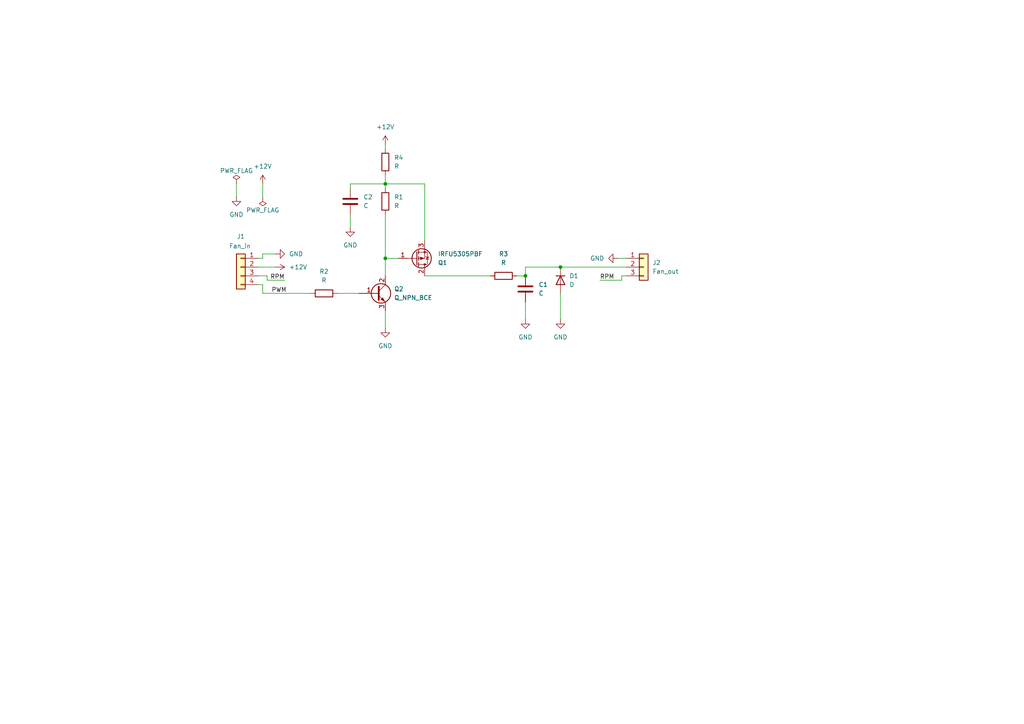
<source format=kicad_sch>
(kicad_sch
	(version 20231120)
	(generator "eeschema")
	(generator_version "8.0")
	(uuid "4f0b0bc5-a823-484b-b7f7-3662e94a4188")
	(paper "A4")
	(lib_symbols
		(symbol "Connector_Generic:Conn_01x03"
			(pin_names
				(offset 1.016) hide)
			(exclude_from_sim no)
			(in_bom yes)
			(on_board yes)
			(property "Reference" "J"
				(at 0 5.08 0)
				(effects
					(font
						(size 1.27 1.27)
					)
				)
			)
			(property "Value" "Conn_01x03"
				(at 0 -5.08 0)
				(effects
					(font
						(size 1.27 1.27)
					)
				)
			)
			(property "Footprint" ""
				(at 0 0 0)
				(effects
					(font
						(size 1.27 1.27)
					)
					(hide yes)
				)
			)
			(property "Datasheet" "~"
				(at 0 0 0)
				(effects
					(font
						(size 1.27 1.27)
					)
					(hide yes)
				)
			)
			(property "Description" "Generic connector, single row, 01x03, script generated (kicad-library-utils/schlib/autogen/connector/)"
				(at 0 0 0)
				(effects
					(font
						(size 1.27 1.27)
					)
					(hide yes)
				)
			)
			(property "ki_keywords" "connector"
				(at 0 0 0)
				(effects
					(font
						(size 1.27 1.27)
					)
					(hide yes)
				)
			)
			(property "ki_fp_filters" "Connector*:*_1x??_*"
				(at 0 0 0)
				(effects
					(font
						(size 1.27 1.27)
					)
					(hide yes)
				)
			)
			(symbol "Conn_01x03_1_1"
				(rectangle
					(start -1.27 -2.413)
					(end 0 -2.667)
					(stroke
						(width 0.1524)
						(type default)
					)
					(fill
						(type none)
					)
				)
				(rectangle
					(start -1.27 0.127)
					(end 0 -0.127)
					(stroke
						(width 0.1524)
						(type default)
					)
					(fill
						(type none)
					)
				)
				(rectangle
					(start -1.27 2.667)
					(end 0 2.413)
					(stroke
						(width 0.1524)
						(type default)
					)
					(fill
						(type none)
					)
				)
				(rectangle
					(start -1.27 3.81)
					(end 1.27 -3.81)
					(stroke
						(width 0.254)
						(type default)
					)
					(fill
						(type background)
					)
				)
				(pin passive line
					(at -5.08 2.54 0)
					(length 3.81)
					(name "Pin_1"
						(effects
							(font
								(size 1.27 1.27)
							)
						)
					)
					(number "1"
						(effects
							(font
								(size 1.27 1.27)
							)
						)
					)
				)
				(pin passive line
					(at -5.08 0 0)
					(length 3.81)
					(name "Pin_2"
						(effects
							(font
								(size 1.27 1.27)
							)
						)
					)
					(number "2"
						(effects
							(font
								(size 1.27 1.27)
							)
						)
					)
				)
				(pin passive line
					(at -5.08 -2.54 0)
					(length 3.81)
					(name "Pin_3"
						(effects
							(font
								(size 1.27 1.27)
							)
						)
					)
					(number "3"
						(effects
							(font
								(size 1.27 1.27)
							)
						)
					)
				)
			)
		)
		(symbol "Connector_Generic:Conn_01x04"
			(pin_names
				(offset 1.016) hide)
			(exclude_from_sim no)
			(in_bom yes)
			(on_board yes)
			(property "Reference" "J"
				(at 0 5.08 0)
				(effects
					(font
						(size 1.27 1.27)
					)
				)
			)
			(property "Value" "Conn_01x04"
				(at 0 -7.62 0)
				(effects
					(font
						(size 1.27 1.27)
					)
				)
			)
			(property "Footprint" ""
				(at 0 0 0)
				(effects
					(font
						(size 1.27 1.27)
					)
					(hide yes)
				)
			)
			(property "Datasheet" "~"
				(at 0 0 0)
				(effects
					(font
						(size 1.27 1.27)
					)
					(hide yes)
				)
			)
			(property "Description" "Generic connector, single row, 01x04, script generated (kicad-library-utils/schlib/autogen/connector/)"
				(at 0 0 0)
				(effects
					(font
						(size 1.27 1.27)
					)
					(hide yes)
				)
			)
			(property "ki_keywords" "connector"
				(at 0 0 0)
				(effects
					(font
						(size 1.27 1.27)
					)
					(hide yes)
				)
			)
			(property "ki_fp_filters" "Connector*:*_1x??_*"
				(at 0 0 0)
				(effects
					(font
						(size 1.27 1.27)
					)
					(hide yes)
				)
			)
			(symbol "Conn_01x04_1_1"
				(rectangle
					(start -1.27 -4.953)
					(end 0 -5.207)
					(stroke
						(width 0.1524)
						(type default)
					)
					(fill
						(type none)
					)
				)
				(rectangle
					(start -1.27 -2.413)
					(end 0 -2.667)
					(stroke
						(width 0.1524)
						(type default)
					)
					(fill
						(type none)
					)
				)
				(rectangle
					(start -1.27 0.127)
					(end 0 -0.127)
					(stroke
						(width 0.1524)
						(type default)
					)
					(fill
						(type none)
					)
				)
				(rectangle
					(start -1.27 2.667)
					(end 0 2.413)
					(stroke
						(width 0.1524)
						(type default)
					)
					(fill
						(type none)
					)
				)
				(rectangle
					(start -1.27 3.81)
					(end 1.27 -6.35)
					(stroke
						(width 0.254)
						(type default)
					)
					(fill
						(type background)
					)
				)
				(pin passive line
					(at -5.08 2.54 0)
					(length 3.81)
					(name "Pin_1"
						(effects
							(font
								(size 1.27 1.27)
							)
						)
					)
					(number "1"
						(effects
							(font
								(size 1.27 1.27)
							)
						)
					)
				)
				(pin passive line
					(at -5.08 0 0)
					(length 3.81)
					(name "Pin_2"
						(effects
							(font
								(size 1.27 1.27)
							)
						)
					)
					(number "2"
						(effects
							(font
								(size 1.27 1.27)
							)
						)
					)
				)
				(pin passive line
					(at -5.08 -2.54 0)
					(length 3.81)
					(name "Pin_3"
						(effects
							(font
								(size 1.27 1.27)
							)
						)
					)
					(number "3"
						(effects
							(font
								(size 1.27 1.27)
							)
						)
					)
				)
				(pin passive line
					(at -5.08 -5.08 0)
					(length 3.81)
					(name "Pin_4"
						(effects
							(font
								(size 1.27 1.27)
							)
						)
					)
					(number "4"
						(effects
							(font
								(size 1.27 1.27)
							)
						)
					)
				)
			)
		)
		(symbol "Device:C"
			(pin_numbers hide)
			(pin_names
				(offset 0.254)
			)
			(exclude_from_sim no)
			(in_bom yes)
			(on_board yes)
			(property "Reference" "C"
				(at 0.635 2.54 0)
				(effects
					(font
						(size 1.27 1.27)
					)
					(justify left)
				)
			)
			(property "Value" "C"
				(at 0.635 -2.54 0)
				(effects
					(font
						(size 1.27 1.27)
					)
					(justify left)
				)
			)
			(property "Footprint" ""
				(at 0.9652 -3.81 0)
				(effects
					(font
						(size 1.27 1.27)
					)
					(hide yes)
				)
			)
			(property "Datasheet" "~"
				(at 0 0 0)
				(effects
					(font
						(size 1.27 1.27)
					)
					(hide yes)
				)
			)
			(property "Description" "Unpolarized capacitor"
				(at 0 0 0)
				(effects
					(font
						(size 1.27 1.27)
					)
					(hide yes)
				)
			)
			(property "ki_keywords" "cap capacitor"
				(at 0 0 0)
				(effects
					(font
						(size 1.27 1.27)
					)
					(hide yes)
				)
			)
			(property "ki_fp_filters" "C_*"
				(at 0 0 0)
				(effects
					(font
						(size 1.27 1.27)
					)
					(hide yes)
				)
			)
			(symbol "C_0_1"
				(polyline
					(pts
						(xy -2.032 -0.762) (xy 2.032 -0.762)
					)
					(stroke
						(width 0.508)
						(type default)
					)
					(fill
						(type none)
					)
				)
				(polyline
					(pts
						(xy -2.032 0.762) (xy 2.032 0.762)
					)
					(stroke
						(width 0.508)
						(type default)
					)
					(fill
						(type none)
					)
				)
			)
			(symbol "C_1_1"
				(pin passive line
					(at 0 3.81 270)
					(length 2.794)
					(name "~"
						(effects
							(font
								(size 1.27 1.27)
							)
						)
					)
					(number "1"
						(effects
							(font
								(size 1.27 1.27)
							)
						)
					)
				)
				(pin passive line
					(at 0 -3.81 90)
					(length 2.794)
					(name "~"
						(effects
							(font
								(size 1.27 1.27)
							)
						)
					)
					(number "2"
						(effects
							(font
								(size 1.27 1.27)
							)
						)
					)
				)
			)
		)
		(symbol "Device:D"
			(pin_numbers hide)
			(pin_names
				(offset 1.016) hide)
			(exclude_from_sim no)
			(in_bom yes)
			(on_board yes)
			(property "Reference" "D"
				(at 0 2.54 0)
				(effects
					(font
						(size 1.27 1.27)
					)
				)
			)
			(property "Value" "D"
				(at 0 -2.54 0)
				(effects
					(font
						(size 1.27 1.27)
					)
				)
			)
			(property "Footprint" ""
				(at 0 0 0)
				(effects
					(font
						(size 1.27 1.27)
					)
					(hide yes)
				)
			)
			(property "Datasheet" "~"
				(at 0 0 0)
				(effects
					(font
						(size 1.27 1.27)
					)
					(hide yes)
				)
			)
			(property "Description" "Diode"
				(at 0 0 0)
				(effects
					(font
						(size 1.27 1.27)
					)
					(hide yes)
				)
			)
			(property "Sim.Device" "D"
				(at 0 0 0)
				(effects
					(font
						(size 1.27 1.27)
					)
					(hide yes)
				)
			)
			(property "Sim.Pins" "1=K 2=A"
				(at 0 0 0)
				(effects
					(font
						(size 1.27 1.27)
					)
					(hide yes)
				)
			)
			(property "ki_keywords" "diode"
				(at 0 0 0)
				(effects
					(font
						(size 1.27 1.27)
					)
					(hide yes)
				)
			)
			(property "ki_fp_filters" "TO-???* *_Diode_* *SingleDiode* D_*"
				(at 0 0 0)
				(effects
					(font
						(size 1.27 1.27)
					)
					(hide yes)
				)
			)
			(symbol "D_0_1"
				(polyline
					(pts
						(xy -1.27 1.27) (xy -1.27 -1.27)
					)
					(stroke
						(width 0.254)
						(type default)
					)
					(fill
						(type none)
					)
				)
				(polyline
					(pts
						(xy 1.27 0) (xy -1.27 0)
					)
					(stroke
						(width 0)
						(type default)
					)
					(fill
						(type none)
					)
				)
				(polyline
					(pts
						(xy 1.27 1.27) (xy 1.27 -1.27) (xy -1.27 0) (xy 1.27 1.27)
					)
					(stroke
						(width 0.254)
						(type default)
					)
					(fill
						(type none)
					)
				)
			)
			(symbol "D_1_1"
				(pin passive line
					(at -3.81 0 0)
					(length 2.54)
					(name "K"
						(effects
							(font
								(size 1.27 1.27)
							)
						)
					)
					(number "1"
						(effects
							(font
								(size 1.27 1.27)
							)
						)
					)
				)
				(pin passive line
					(at 3.81 0 180)
					(length 2.54)
					(name "A"
						(effects
							(font
								(size 1.27 1.27)
							)
						)
					)
					(number "2"
						(effects
							(font
								(size 1.27 1.27)
							)
						)
					)
				)
			)
		)
		(symbol "Device:Q_NPN_BCE"
			(pin_names
				(offset 0) hide)
			(exclude_from_sim no)
			(in_bom yes)
			(on_board yes)
			(property "Reference" "Q"
				(at 5.08 1.27 0)
				(effects
					(font
						(size 1.27 1.27)
					)
					(justify left)
				)
			)
			(property "Value" "Q_NPN_BCE"
				(at 5.08 -1.27 0)
				(effects
					(font
						(size 1.27 1.27)
					)
					(justify left)
				)
			)
			(property "Footprint" ""
				(at 5.08 2.54 0)
				(effects
					(font
						(size 1.27 1.27)
					)
					(hide yes)
				)
			)
			(property "Datasheet" "~"
				(at 0 0 0)
				(effects
					(font
						(size 1.27 1.27)
					)
					(hide yes)
				)
			)
			(property "Description" "NPN transistor, base/collector/emitter"
				(at 0 0 0)
				(effects
					(font
						(size 1.27 1.27)
					)
					(hide yes)
				)
			)
			(property "ki_keywords" "transistor NPN"
				(at 0 0 0)
				(effects
					(font
						(size 1.27 1.27)
					)
					(hide yes)
				)
			)
			(symbol "Q_NPN_BCE_0_1"
				(polyline
					(pts
						(xy 0.635 0.635) (xy 2.54 2.54)
					)
					(stroke
						(width 0)
						(type default)
					)
					(fill
						(type none)
					)
				)
				(polyline
					(pts
						(xy 0.635 -0.635) (xy 2.54 -2.54) (xy 2.54 -2.54)
					)
					(stroke
						(width 0)
						(type default)
					)
					(fill
						(type none)
					)
				)
				(polyline
					(pts
						(xy 0.635 1.905) (xy 0.635 -1.905) (xy 0.635 -1.905)
					)
					(stroke
						(width 0.508)
						(type default)
					)
					(fill
						(type none)
					)
				)
				(polyline
					(pts
						(xy 1.27 -1.778) (xy 1.778 -1.27) (xy 2.286 -2.286) (xy 1.27 -1.778) (xy 1.27 -1.778)
					)
					(stroke
						(width 0)
						(type default)
					)
					(fill
						(type outline)
					)
				)
				(circle
					(center 1.27 0)
					(radius 2.8194)
					(stroke
						(width 0.254)
						(type default)
					)
					(fill
						(type none)
					)
				)
			)
			(symbol "Q_NPN_BCE_1_1"
				(pin input line
					(at -5.08 0 0)
					(length 5.715)
					(name "B"
						(effects
							(font
								(size 1.27 1.27)
							)
						)
					)
					(number "1"
						(effects
							(font
								(size 1.27 1.27)
							)
						)
					)
				)
				(pin passive line
					(at 2.54 5.08 270)
					(length 2.54)
					(name "C"
						(effects
							(font
								(size 1.27 1.27)
							)
						)
					)
					(number "2"
						(effects
							(font
								(size 1.27 1.27)
							)
						)
					)
				)
				(pin passive line
					(at 2.54 -5.08 90)
					(length 2.54)
					(name "E"
						(effects
							(font
								(size 1.27 1.27)
							)
						)
					)
					(number "3"
						(effects
							(font
								(size 1.27 1.27)
							)
						)
					)
				)
			)
		)
		(symbol "Device:R"
			(pin_numbers hide)
			(pin_names
				(offset 0)
			)
			(exclude_from_sim no)
			(in_bom yes)
			(on_board yes)
			(property "Reference" "R"
				(at 2.032 0 90)
				(effects
					(font
						(size 1.27 1.27)
					)
				)
			)
			(property "Value" "R"
				(at 0 0 90)
				(effects
					(font
						(size 1.27 1.27)
					)
				)
			)
			(property "Footprint" ""
				(at -1.778 0 90)
				(effects
					(font
						(size 1.27 1.27)
					)
					(hide yes)
				)
			)
			(property "Datasheet" "~"
				(at 0 0 0)
				(effects
					(font
						(size 1.27 1.27)
					)
					(hide yes)
				)
			)
			(property "Description" "Resistor"
				(at 0 0 0)
				(effects
					(font
						(size 1.27 1.27)
					)
					(hide yes)
				)
			)
			(property "ki_keywords" "R res resistor"
				(at 0 0 0)
				(effects
					(font
						(size 1.27 1.27)
					)
					(hide yes)
				)
			)
			(property "ki_fp_filters" "R_*"
				(at 0 0 0)
				(effects
					(font
						(size 1.27 1.27)
					)
					(hide yes)
				)
			)
			(symbol "R_0_1"
				(rectangle
					(start -1.016 -2.54)
					(end 1.016 2.54)
					(stroke
						(width 0.254)
						(type default)
					)
					(fill
						(type none)
					)
				)
			)
			(symbol "R_1_1"
				(pin passive line
					(at 0 3.81 270)
					(length 1.27)
					(name "~"
						(effects
							(font
								(size 1.27 1.27)
							)
						)
					)
					(number "1"
						(effects
							(font
								(size 1.27 1.27)
							)
						)
					)
				)
				(pin passive line
					(at 0 -3.81 90)
					(length 1.27)
					(name "~"
						(effects
							(font
								(size 1.27 1.27)
							)
						)
					)
					(number "2"
						(effects
							(font
								(size 1.27 1.27)
							)
						)
					)
				)
			)
		)
		(symbol "Transistor_FET:IRF9540N"
			(pin_names hide)
			(exclude_from_sim no)
			(in_bom yes)
			(on_board yes)
			(property "Reference" "Q"
				(at 5.08 1.905 0)
				(effects
					(font
						(size 1.27 1.27)
					)
					(justify left)
				)
			)
			(property "Value" "IRF9540N"
				(at 5.08 0 0)
				(effects
					(font
						(size 1.27 1.27)
					)
					(justify left)
				)
			)
			(property "Footprint" "Package_TO_SOT_THT:TO-220-3_Vertical"
				(at 5.08 -1.905 0)
				(effects
					(font
						(size 1.27 1.27)
						(italic yes)
					)
					(justify left)
					(hide yes)
				)
			)
			(property "Datasheet" "http://www.irf.com/product-info/datasheets/data/irf9540n.pdf"
				(at 5.08 -3.81 0)
				(effects
					(font
						(size 1.27 1.27)
					)
					(justify left)
					(hide yes)
				)
			)
			(property "Description" "-23A Id, -100V Vds, 117mOhm Rds, P-Channel HEXFET Power MOSFET, TO-220"
				(at 0 0 0)
				(effects
					(font
						(size 1.27 1.27)
					)
					(hide yes)
				)
			)
			(property "ki_keywords" "P-Channel MOSFET HEXFET"
				(at 0 0 0)
				(effects
					(font
						(size 1.27 1.27)
					)
					(hide yes)
				)
			)
			(property "ki_fp_filters" "TO?220*"
				(at 0 0 0)
				(effects
					(font
						(size 1.27 1.27)
					)
					(hide yes)
				)
			)
			(symbol "IRF9540N_0_1"
				(polyline
					(pts
						(xy 0.254 0) (xy -2.54 0)
					)
					(stroke
						(width 0)
						(type default)
					)
					(fill
						(type none)
					)
				)
				(polyline
					(pts
						(xy 0.254 1.905) (xy 0.254 -1.905)
					)
					(stroke
						(width 0.254)
						(type default)
					)
					(fill
						(type none)
					)
				)
				(polyline
					(pts
						(xy 0.762 -1.27) (xy 0.762 -2.286)
					)
					(stroke
						(width 0.254)
						(type default)
					)
					(fill
						(type none)
					)
				)
				(polyline
					(pts
						(xy 0.762 0.508) (xy 0.762 -0.508)
					)
					(stroke
						(width 0.254)
						(type default)
					)
					(fill
						(type none)
					)
				)
				(polyline
					(pts
						(xy 0.762 2.286) (xy 0.762 1.27)
					)
					(stroke
						(width 0.254)
						(type default)
					)
					(fill
						(type none)
					)
				)
				(polyline
					(pts
						(xy 2.54 2.54) (xy 2.54 1.778)
					)
					(stroke
						(width 0)
						(type default)
					)
					(fill
						(type none)
					)
				)
				(polyline
					(pts
						(xy 2.54 -2.54) (xy 2.54 0) (xy 0.762 0)
					)
					(stroke
						(width 0)
						(type default)
					)
					(fill
						(type none)
					)
				)
				(polyline
					(pts
						(xy 0.762 1.778) (xy 3.302 1.778) (xy 3.302 -1.778) (xy 0.762 -1.778)
					)
					(stroke
						(width 0)
						(type default)
					)
					(fill
						(type none)
					)
				)
				(polyline
					(pts
						(xy 2.286 0) (xy 1.27 0.381) (xy 1.27 -0.381) (xy 2.286 0)
					)
					(stroke
						(width 0)
						(type default)
					)
					(fill
						(type outline)
					)
				)
				(polyline
					(pts
						(xy 2.794 -0.508) (xy 2.921 -0.381) (xy 3.683 -0.381) (xy 3.81 -0.254)
					)
					(stroke
						(width 0)
						(type default)
					)
					(fill
						(type none)
					)
				)
				(polyline
					(pts
						(xy 3.302 -0.381) (xy 2.921 0.254) (xy 3.683 0.254) (xy 3.302 -0.381)
					)
					(stroke
						(width 0)
						(type default)
					)
					(fill
						(type none)
					)
				)
				(circle
					(center 1.651 0)
					(radius 2.794)
					(stroke
						(width 0.254)
						(type default)
					)
					(fill
						(type none)
					)
				)
				(circle
					(center 2.54 -1.778)
					(radius 0.254)
					(stroke
						(width 0)
						(type default)
					)
					(fill
						(type outline)
					)
				)
				(circle
					(center 2.54 1.778)
					(radius 0.254)
					(stroke
						(width 0)
						(type default)
					)
					(fill
						(type outline)
					)
				)
			)
			(symbol "IRF9540N_1_1"
				(pin input line
					(at -5.08 0 0)
					(length 2.54)
					(name "G"
						(effects
							(font
								(size 1.27 1.27)
							)
						)
					)
					(number "1"
						(effects
							(font
								(size 1.27 1.27)
							)
						)
					)
				)
				(pin passive line
					(at 2.54 5.08 270)
					(length 2.54)
					(name "D"
						(effects
							(font
								(size 1.27 1.27)
							)
						)
					)
					(number "2"
						(effects
							(font
								(size 1.27 1.27)
							)
						)
					)
				)
				(pin passive line
					(at 2.54 -5.08 90)
					(length 2.54)
					(name "S"
						(effects
							(font
								(size 1.27 1.27)
							)
						)
					)
					(number "3"
						(effects
							(font
								(size 1.27 1.27)
							)
						)
					)
				)
			)
		)
		(symbol "power:+12V"
			(power)
			(pin_numbers hide)
			(pin_names
				(offset 0) hide)
			(exclude_from_sim no)
			(in_bom yes)
			(on_board yes)
			(property "Reference" "#PWR"
				(at 0 -3.81 0)
				(effects
					(font
						(size 1.27 1.27)
					)
					(hide yes)
				)
			)
			(property "Value" "+12V"
				(at 0 3.556 0)
				(effects
					(font
						(size 1.27 1.27)
					)
				)
			)
			(property "Footprint" ""
				(at 0 0 0)
				(effects
					(font
						(size 1.27 1.27)
					)
					(hide yes)
				)
			)
			(property "Datasheet" ""
				(at 0 0 0)
				(effects
					(font
						(size 1.27 1.27)
					)
					(hide yes)
				)
			)
			(property "Description" "Power symbol creates a global label with name \"+12V\""
				(at 0 0 0)
				(effects
					(font
						(size 1.27 1.27)
					)
					(hide yes)
				)
			)
			(property "ki_keywords" "global power"
				(at 0 0 0)
				(effects
					(font
						(size 1.27 1.27)
					)
					(hide yes)
				)
			)
			(symbol "+12V_0_1"
				(polyline
					(pts
						(xy -0.762 1.27) (xy 0 2.54)
					)
					(stroke
						(width 0)
						(type default)
					)
					(fill
						(type none)
					)
				)
				(polyline
					(pts
						(xy 0 0) (xy 0 2.54)
					)
					(stroke
						(width 0)
						(type default)
					)
					(fill
						(type none)
					)
				)
				(polyline
					(pts
						(xy 0 2.54) (xy 0.762 1.27)
					)
					(stroke
						(width 0)
						(type default)
					)
					(fill
						(type none)
					)
				)
			)
			(symbol "+12V_1_1"
				(pin power_in line
					(at 0 0 90)
					(length 0)
					(name "~"
						(effects
							(font
								(size 1.27 1.27)
							)
						)
					)
					(number "1"
						(effects
							(font
								(size 1.27 1.27)
							)
						)
					)
				)
			)
		)
		(symbol "power:GND"
			(power)
			(pin_numbers hide)
			(pin_names
				(offset 0) hide)
			(exclude_from_sim no)
			(in_bom yes)
			(on_board yes)
			(property "Reference" "#PWR"
				(at 0 -6.35 0)
				(effects
					(font
						(size 1.27 1.27)
					)
					(hide yes)
				)
			)
			(property "Value" "GND"
				(at 0 -3.81 0)
				(effects
					(font
						(size 1.27 1.27)
					)
				)
			)
			(property "Footprint" ""
				(at 0 0 0)
				(effects
					(font
						(size 1.27 1.27)
					)
					(hide yes)
				)
			)
			(property "Datasheet" ""
				(at 0 0 0)
				(effects
					(font
						(size 1.27 1.27)
					)
					(hide yes)
				)
			)
			(property "Description" "Power symbol creates a global label with name \"GND\" , ground"
				(at 0 0 0)
				(effects
					(font
						(size 1.27 1.27)
					)
					(hide yes)
				)
			)
			(property "ki_keywords" "global power"
				(at 0 0 0)
				(effects
					(font
						(size 1.27 1.27)
					)
					(hide yes)
				)
			)
			(symbol "GND_0_1"
				(polyline
					(pts
						(xy 0 0) (xy 0 -1.27) (xy 1.27 -1.27) (xy 0 -2.54) (xy -1.27 -1.27) (xy 0 -1.27)
					)
					(stroke
						(width 0)
						(type default)
					)
					(fill
						(type none)
					)
				)
			)
			(symbol "GND_1_1"
				(pin power_in line
					(at 0 0 270)
					(length 0)
					(name "~"
						(effects
							(font
								(size 1.27 1.27)
							)
						)
					)
					(number "1"
						(effects
							(font
								(size 1.27 1.27)
							)
						)
					)
				)
			)
		)
		(symbol "power:PWR_FLAG"
			(power)
			(pin_numbers hide)
			(pin_names
				(offset 0) hide)
			(exclude_from_sim no)
			(in_bom yes)
			(on_board yes)
			(property "Reference" "#FLG"
				(at 0 1.905 0)
				(effects
					(font
						(size 1.27 1.27)
					)
					(hide yes)
				)
			)
			(property "Value" "PWR_FLAG"
				(at 0 3.81 0)
				(effects
					(font
						(size 1.27 1.27)
					)
				)
			)
			(property "Footprint" ""
				(at 0 0 0)
				(effects
					(font
						(size 1.27 1.27)
					)
					(hide yes)
				)
			)
			(property "Datasheet" "~"
				(at 0 0 0)
				(effects
					(font
						(size 1.27 1.27)
					)
					(hide yes)
				)
			)
			(property "Description" "Special symbol for telling ERC where power comes from"
				(at 0 0 0)
				(effects
					(font
						(size 1.27 1.27)
					)
					(hide yes)
				)
			)
			(property "ki_keywords" "flag power"
				(at 0 0 0)
				(effects
					(font
						(size 1.27 1.27)
					)
					(hide yes)
				)
			)
			(symbol "PWR_FLAG_0_0"
				(pin power_out line
					(at 0 0 90)
					(length 0)
					(name "~"
						(effects
							(font
								(size 1.27 1.27)
							)
						)
					)
					(number "1"
						(effects
							(font
								(size 1.27 1.27)
							)
						)
					)
				)
			)
			(symbol "PWR_FLAG_0_1"
				(polyline
					(pts
						(xy 0 0) (xy 0 1.27) (xy -1.016 1.905) (xy 0 2.54) (xy 1.016 1.905) (xy 0 1.27)
					)
					(stroke
						(width 0)
						(type default)
					)
					(fill
						(type none)
					)
				)
			)
		)
	)
	(junction
		(at 162.56 77.47)
		(diameter 0)
		(color 0 0 0 0)
		(uuid "32b16ea8-34e0-4c12-a52f-f274872e63ef")
	)
	(junction
		(at 111.76 74.93)
		(diameter 0)
		(color 0 0 0 0)
		(uuid "45cb72fb-eda0-4ce3-b305-61666e2ac585")
	)
	(junction
		(at 152.4 80.01)
		(diameter 0)
		(color 0 0 0 0)
		(uuid "bb71b713-564b-42a1-bf64-6f104ae08fa1")
	)
	(junction
		(at 111.76 53.34)
		(diameter 0)
		(color 0 0 0 0)
		(uuid "ea2ef605-d0f4-4b5a-af46-f9b76c08b2fc")
	)
	(wire
		(pts
			(xy 76.2 82.55) (xy 74.93 82.55)
		)
		(stroke
			(width 0)
			(type default)
		)
		(uuid "009d1cef-e787-4583-a346-fbfb9921bf73")
	)
	(wire
		(pts
			(xy 76.2 85.09) (xy 76.2 82.55)
		)
		(stroke
			(width 0)
			(type default)
		)
		(uuid "01854981-6d20-43fb-b4fb-b7984e9a1d8e")
	)
	(wire
		(pts
			(xy 101.6 54.61) (xy 101.6 53.34)
		)
		(stroke
			(width 0)
			(type default)
		)
		(uuid "025b0fbc-8612-4204-8dd9-cfd902928848")
	)
	(wire
		(pts
			(xy 111.76 53.34) (xy 111.76 54.61)
		)
		(stroke
			(width 0)
			(type default)
		)
		(uuid "1038bc6b-51a6-41c5-a9ca-669ab35b0e84")
	)
	(wire
		(pts
			(xy 111.76 90.17) (xy 111.76 95.25)
		)
		(stroke
			(width 0)
			(type default)
		)
		(uuid "1a31e8d6-2128-46d7-a90e-4648e00cb8a8")
	)
	(wire
		(pts
			(xy 101.6 53.34) (xy 111.76 53.34)
		)
		(stroke
			(width 0)
			(type default)
		)
		(uuid "1d02435c-d7f3-4cf5-869f-126e2637cd75")
	)
	(wire
		(pts
			(xy 111.76 74.93) (xy 111.76 80.01)
		)
		(stroke
			(width 0)
			(type default)
		)
		(uuid "2463c7a3-eaa5-43e3-88d8-a98035da22dd")
	)
	(wire
		(pts
			(xy 162.56 85.09) (xy 162.56 92.71)
		)
		(stroke
			(width 0)
			(type default)
		)
		(uuid "246f184e-94fb-4219-bcae-0fa6708872b1")
	)
	(wire
		(pts
			(xy 76.2 73.66) (xy 76.2 74.93)
		)
		(stroke
			(width 0)
			(type default)
		)
		(uuid "2a0dc7ae-c505-4ee8-8bac-6bb245591b25")
	)
	(wire
		(pts
			(xy 68.58 53.34) (xy 68.58 57.15)
		)
		(stroke
			(width 0)
			(type default)
		)
		(uuid "2ab3b336-08a6-40b9-9c06-6b02580ecdd4")
	)
	(wire
		(pts
			(xy 76.2 53.34) (xy 76.2 57.15)
		)
		(stroke
			(width 0)
			(type default)
		)
		(uuid "2ae3e558-c14f-4b98-9455-f9dc1f2ca64a")
	)
	(wire
		(pts
			(xy 76.2 74.93) (xy 74.93 74.93)
		)
		(stroke
			(width 0)
			(type default)
		)
		(uuid "375f2503-6cd7-4ece-a9c6-714c56b69111")
	)
	(wire
		(pts
			(xy 152.4 87.63) (xy 152.4 92.71)
		)
		(stroke
			(width 0)
			(type default)
		)
		(uuid "3782731c-1ac7-407a-a0aa-6bd541f2e0e2")
	)
	(wire
		(pts
			(xy 152.4 77.47) (xy 152.4 80.01)
		)
		(stroke
			(width 0)
			(type default)
		)
		(uuid "44883f6a-3cae-42fd-b805-e7348ccf1238")
	)
	(wire
		(pts
			(xy 123.19 80.01) (xy 142.24 80.01)
		)
		(stroke
			(width 0)
			(type default)
		)
		(uuid "4d20ab69-1ef0-48df-b3ca-568e3ef7e647")
	)
	(wire
		(pts
			(xy 97.79 85.09) (xy 104.14 85.09)
		)
		(stroke
			(width 0)
			(type default)
		)
		(uuid "57ffd192-5f06-45d6-ad08-6401034b1f85")
	)
	(wire
		(pts
			(xy 180.34 80.01) (xy 180.34 81.28)
		)
		(stroke
			(width 0)
			(type default)
		)
		(uuid "62181378-a9e4-4a0b-9b79-03043e8892d6")
	)
	(wire
		(pts
			(xy 123.19 53.34) (xy 111.76 53.34)
		)
		(stroke
			(width 0)
			(type default)
		)
		(uuid "796dfb50-a53e-43f8-85f4-5b27e3af3f9f")
	)
	(wire
		(pts
			(xy 111.76 62.23) (xy 111.76 74.93)
		)
		(stroke
			(width 0)
			(type default)
		)
		(uuid "7afddbef-b805-43d4-aec2-5101099c002b")
	)
	(wire
		(pts
			(xy 77.47 81.28) (xy 82.55 81.28)
		)
		(stroke
			(width 0)
			(type default)
		)
		(uuid "83d574d2-adc8-4b31-bb0c-5083e1140deb")
	)
	(wire
		(pts
			(xy 162.56 77.47) (xy 181.61 77.47)
		)
		(stroke
			(width 0)
			(type default)
		)
		(uuid "8f071e89-cdca-419f-b644-f3f98bff65bb")
	)
	(wire
		(pts
			(xy 149.86 80.01) (xy 152.4 80.01)
		)
		(stroke
			(width 0)
			(type default)
		)
		(uuid "9393fbbd-51e3-4a72-9b6e-540c51992da0")
	)
	(wire
		(pts
			(xy 111.76 50.8) (xy 111.76 53.34)
		)
		(stroke
			(width 0)
			(type default)
		)
		(uuid "a9b639ae-723a-4ec6-b417-f13016a77445")
	)
	(wire
		(pts
			(xy 77.47 81.28) (xy 77.47 80.01)
		)
		(stroke
			(width 0)
			(type default)
		)
		(uuid "b0f38673-fa8d-4ad9-9563-ff02a38214a3")
	)
	(wire
		(pts
			(xy 152.4 77.47) (xy 162.56 77.47)
		)
		(stroke
			(width 0)
			(type default)
		)
		(uuid "c5d92e6b-e3ce-4f61-b65d-6e825414f1ba")
	)
	(wire
		(pts
			(xy 179.07 74.93) (xy 181.61 74.93)
		)
		(stroke
			(width 0)
			(type default)
		)
		(uuid "c6f38913-7d7a-486b-972f-f6a24b68d8e5")
	)
	(wire
		(pts
			(xy 181.61 80.01) (xy 180.34 80.01)
		)
		(stroke
			(width 0)
			(type default)
		)
		(uuid "ca4384d0-2cd6-418e-a334-5aab7f278c6e")
	)
	(wire
		(pts
			(xy 123.19 69.85) (xy 123.19 53.34)
		)
		(stroke
			(width 0)
			(type default)
		)
		(uuid "cbd45e4d-3d08-46fb-9581-5365c845e589")
	)
	(wire
		(pts
			(xy 74.93 77.47) (xy 80.01 77.47)
		)
		(stroke
			(width 0)
			(type default)
		)
		(uuid "cc658c1c-1c04-4354-b819-4cb8b10c774d")
	)
	(wire
		(pts
			(xy 111.76 74.93) (xy 115.57 74.93)
		)
		(stroke
			(width 0)
			(type default)
		)
		(uuid "ce778f66-aa31-474b-b226-07ed424a153c")
	)
	(wire
		(pts
			(xy 111.76 41.91) (xy 111.76 43.18)
		)
		(stroke
			(width 0)
			(type default)
		)
		(uuid "d7c210ba-1b74-4a6d-a48f-e6bdc09e8913")
	)
	(wire
		(pts
			(xy 173.99 81.28) (xy 180.34 81.28)
		)
		(stroke
			(width 0)
			(type default)
		)
		(uuid "dbacfb53-4b78-4595-9151-3925af4184f6")
	)
	(wire
		(pts
			(xy 76.2 85.09) (xy 90.17 85.09)
		)
		(stroke
			(width 0)
			(type default)
		)
		(uuid "dd235548-4678-4d0b-8a32-d0118b0af3e2")
	)
	(wire
		(pts
			(xy 101.6 62.23) (xy 101.6 66.04)
		)
		(stroke
			(width 0)
			(type default)
		)
		(uuid "f66877c9-4168-4cd1-9d71-d600afbad37e")
	)
	(wire
		(pts
			(xy 77.47 80.01) (xy 74.93 80.01)
		)
		(stroke
			(width 0)
			(type default)
		)
		(uuid "f832c700-491f-4d46-96e9-7a41991b2ac0")
	)
	(wire
		(pts
			(xy 76.2 73.66) (xy 80.01 73.66)
		)
		(stroke
			(width 0)
			(type default)
		)
		(uuid "f8d460b4-c407-4253-99e7-1e96e170e257")
	)
	(label "RPM"
		(at 173.99 81.28 0)
		(fields_autoplaced yes)
		(effects
			(font
				(size 1.27 1.27)
			)
			(justify left bottom)
		)
		(uuid "1108216e-b150-4067-a799-c9dde548770d")
	)
	(label "PWM"
		(at 78.74 85.09 0)
		(fields_autoplaced yes)
		(effects
			(font
				(size 1.27 1.27)
			)
			(justify left bottom)
		)
		(uuid "15a695e5-145b-45ec-9906-fb096eab0371")
	)
	(label "RPM"
		(at 82.55 81.28 180)
		(fields_autoplaced yes)
		(effects
			(font
				(size 1.27 1.27)
			)
			(justify right bottom)
		)
		(uuid "826a319a-b219-459a-b8fb-fd2e6d61f01c")
	)
	(symbol
		(lib_id "power:+12V")
		(at 76.2 53.34 0)
		(unit 1)
		(exclude_from_sim no)
		(in_bom yes)
		(on_board yes)
		(dnp no)
		(fields_autoplaced yes)
		(uuid "05711f62-7f4e-4cd3-aee8-6ac641970ad7")
		(property "Reference" "#PWR06"
			(at 76.2 57.15 0)
			(effects
				(font
					(size 1.27 1.27)
				)
				(hide yes)
			)
		)
		(property "Value" "+12V"
			(at 76.2 48.26 0)
			(effects
				(font
					(size 1.27 1.27)
				)
			)
		)
		(property "Footprint" ""
			(at 76.2 53.34 0)
			(effects
				(font
					(size 1.27 1.27)
				)
				(hide yes)
			)
		)
		(property "Datasheet" ""
			(at 76.2 53.34 0)
			(effects
				(font
					(size 1.27 1.27)
				)
				(hide yes)
			)
		)
		(property "Description" "Power symbol creates a global label with name \"+12V\""
			(at 76.2 53.34 0)
			(effects
				(font
					(size 1.27 1.27)
				)
				(hide yes)
			)
		)
		(pin "1"
			(uuid "b625bed0-e3d6-404e-9f51-2620eed4e566")
		)
		(instances
			(project "PWM-to-DC"
				(path "/4f0b0bc5-a823-484b-b7f7-3662e94a4188"
					(reference "#PWR06")
					(unit 1)
				)
			)
		)
	)
	(symbol
		(lib_id "power:GND")
		(at 111.76 95.25 0)
		(unit 1)
		(exclude_from_sim no)
		(in_bom yes)
		(on_board yes)
		(dnp no)
		(fields_autoplaced yes)
		(uuid "0987522a-dc46-4212-8c2c-b65c883b205b")
		(property "Reference" "#PWR09"
			(at 111.76 101.6 0)
			(effects
				(font
					(size 1.27 1.27)
				)
				(hide yes)
			)
		)
		(property "Value" "GND"
			(at 111.76 100.33 0)
			(effects
				(font
					(size 1.27 1.27)
				)
			)
		)
		(property "Footprint" ""
			(at 111.76 95.25 0)
			(effects
				(font
					(size 1.27 1.27)
				)
				(hide yes)
			)
		)
		(property "Datasheet" ""
			(at 111.76 95.25 0)
			(effects
				(font
					(size 1.27 1.27)
				)
				(hide yes)
			)
		)
		(property "Description" "Power symbol creates a global label with name \"GND\" , ground"
			(at 111.76 95.25 0)
			(effects
				(font
					(size 1.27 1.27)
				)
				(hide yes)
			)
		)
		(pin "1"
			(uuid "f9c10e5f-9cb1-48ec-8f15-64b55c5e18a1")
		)
		(instances
			(project "PWM-to-DC"
				(path "/4f0b0bc5-a823-484b-b7f7-3662e94a4188"
					(reference "#PWR09")
					(unit 1)
				)
			)
		)
	)
	(symbol
		(lib_id "Device:R")
		(at 146.05 80.01 90)
		(unit 1)
		(exclude_from_sim no)
		(in_bom yes)
		(on_board yes)
		(dnp no)
		(fields_autoplaced yes)
		(uuid "0f04ef74-e2c9-4b81-b638-0ecb31e66440")
		(property "Reference" "R3"
			(at 146.05 73.66 90)
			(effects
				(font
					(size 1.27 1.27)
				)
			)
		)
		(property "Value" "R"
			(at 146.05 76.2 90)
			(effects
				(font
					(size 1.27 1.27)
				)
			)
		)
		(property "Footprint" ""
			(at 146.05 81.788 90)
			(effects
				(font
					(size 1.27 1.27)
				)
				(hide yes)
			)
		)
		(property "Datasheet" "~"
			(at 146.05 80.01 0)
			(effects
				(font
					(size 1.27 1.27)
				)
				(hide yes)
			)
		)
		(property "Description" "Resistor"
			(at 146.05 80.01 0)
			(effects
				(font
					(size 1.27 1.27)
				)
				(hide yes)
			)
		)
		(pin "1"
			(uuid "6097e3f5-bfc0-431c-a744-ca7ed21d726b")
		)
		(pin "2"
			(uuid "d82f91c5-2bf9-4190-bc4d-7918eb96f718")
		)
		(instances
			(project ""
				(path "/4f0b0bc5-a823-484b-b7f7-3662e94a4188"
					(reference "R3")
					(unit 1)
				)
			)
		)
	)
	(symbol
		(lib_id "Device:C")
		(at 152.4 83.82 0)
		(unit 1)
		(exclude_from_sim no)
		(in_bom yes)
		(on_board yes)
		(dnp no)
		(fields_autoplaced yes)
		(uuid "110e45fe-aad2-49a7-8293-dc0c360dec22")
		(property "Reference" "C1"
			(at 156.21 82.5499 0)
			(effects
				(font
					(size 1.27 1.27)
				)
				(justify left)
			)
		)
		(property "Value" "C"
			(at 156.21 85.0899 0)
			(effects
				(font
					(size 1.27 1.27)
				)
				(justify left)
			)
		)
		(property "Footprint" ""
			(at 153.3652 87.63 0)
			(effects
				(font
					(size 1.27 1.27)
				)
				(hide yes)
			)
		)
		(property "Datasheet" "~"
			(at 152.4 83.82 0)
			(effects
				(font
					(size 1.27 1.27)
				)
				(hide yes)
			)
		)
		(property "Description" "Unpolarized capacitor"
			(at 152.4 83.82 0)
			(effects
				(font
					(size 1.27 1.27)
				)
				(hide yes)
			)
		)
		(pin "1"
			(uuid "a63da3fa-a423-467f-9887-c7445e9a7b0a")
		)
		(pin "2"
			(uuid "fa0e2844-c576-49c5-825c-f2e39f6f257b")
		)
		(instances
			(project ""
				(path "/4f0b0bc5-a823-484b-b7f7-3662e94a4188"
					(reference "C1")
					(unit 1)
				)
			)
		)
	)
	(symbol
		(lib_id "Device:R")
		(at 93.98 85.09 270)
		(unit 1)
		(exclude_from_sim no)
		(in_bom yes)
		(on_board yes)
		(dnp no)
		(fields_autoplaced yes)
		(uuid "230da09f-1980-469e-85d4-5123934c00a6")
		(property "Reference" "R2"
			(at 93.98 78.74 90)
			(effects
				(font
					(size 1.27 1.27)
				)
			)
		)
		(property "Value" "R"
			(at 93.98 81.28 90)
			(effects
				(font
					(size 1.27 1.27)
				)
			)
		)
		(property "Footprint" ""
			(at 93.98 83.312 90)
			(effects
				(font
					(size 1.27 1.27)
				)
				(hide yes)
			)
		)
		(property "Datasheet" "~"
			(at 93.98 85.09 0)
			(effects
				(font
					(size 1.27 1.27)
				)
				(hide yes)
			)
		)
		(property "Description" "Resistor"
			(at 93.98 85.09 0)
			(effects
				(font
					(size 1.27 1.27)
				)
				(hide yes)
			)
		)
		(pin "2"
			(uuid "8b01abf0-0645-4c1b-b439-9833ee0e9cdd")
		)
		(pin "1"
			(uuid "bf11bdad-02c3-4507-a6f8-e9486ae6a770")
		)
		(instances
			(project ""
				(path "/4f0b0bc5-a823-484b-b7f7-3662e94a4188"
					(reference "R2")
					(unit 1)
				)
			)
		)
	)
	(symbol
		(lib_id "Connector_Generic:Conn_01x04")
		(at 69.85 77.47 0)
		(mirror y)
		(unit 1)
		(exclude_from_sim no)
		(in_bom yes)
		(on_board yes)
		(dnp no)
		(uuid "285be9c0-4fb0-4b21-9db6-93e720758007")
		(property "Reference" "J1"
			(at 69.85 68.58 0)
			(effects
				(font
					(size 1.27 1.27)
				)
			)
		)
		(property "Value" "Fan_in"
			(at 69.596 71.374 0)
			(effects
				(font
					(size 1.27 1.27)
				)
			)
		)
		(property "Footprint" ""
			(at 69.85 77.47 0)
			(effects
				(font
					(size 1.27 1.27)
				)
				(hide yes)
			)
		)
		(property "Datasheet" "~"
			(at 69.85 77.47 0)
			(effects
				(font
					(size 1.27 1.27)
				)
				(hide yes)
			)
		)
		(property "Description" "Generic connector, single row, 01x04, script generated (kicad-library-utils/schlib/autogen/connector/)"
			(at 69.85 77.47 0)
			(effects
				(font
					(size 1.27 1.27)
				)
				(hide yes)
			)
		)
		(pin "3"
			(uuid "c74013c7-e708-4866-a20a-7d2deb4f6f47")
		)
		(pin "1"
			(uuid "555669a8-24ae-48b4-974e-a8b8760fa73e")
		)
		(pin "4"
			(uuid "d7ff6034-3708-4018-8e75-1b513a9272ec")
		)
		(pin "2"
			(uuid "9e731196-2ea1-4d23-b5c9-fec783c035b1")
		)
		(instances
			(project ""
				(path "/4f0b0bc5-a823-484b-b7f7-3662e94a4188"
					(reference "J1")
					(unit 1)
				)
			)
		)
	)
	(symbol
		(lib_id "Device:Q_NPN_BCE")
		(at 109.22 85.09 0)
		(unit 1)
		(exclude_from_sim no)
		(in_bom yes)
		(on_board yes)
		(dnp no)
		(fields_autoplaced yes)
		(uuid "2937c629-79e4-40de-9100-9f319bafe37d")
		(property "Reference" "Q2"
			(at 114.3 83.8199 0)
			(effects
				(font
					(size 1.27 1.27)
				)
				(justify left)
			)
		)
		(property "Value" "Q_NPN_BCE"
			(at 114.3 86.3599 0)
			(effects
				(font
					(size 1.27 1.27)
				)
				(justify left)
			)
		)
		(property "Footprint" ""
			(at 114.3 82.55 0)
			(effects
				(font
					(size 1.27 1.27)
				)
				(hide yes)
			)
		)
		(property "Datasheet" "~"
			(at 109.22 85.09 0)
			(effects
				(font
					(size 1.27 1.27)
				)
				(hide yes)
			)
		)
		(property "Description" "NPN transistor, base/collector/emitter"
			(at 109.22 85.09 0)
			(effects
				(font
					(size 1.27 1.27)
				)
				(hide yes)
			)
		)
		(pin "3"
			(uuid "96306960-e6b0-47e5-875b-e9c95cb8a5e6")
		)
		(pin "2"
			(uuid "a38d8eb5-857b-42a9-b6fd-8be6e727f42b")
		)
		(pin "1"
			(uuid "6ad2f861-e502-45cb-982a-3fc1344d391a")
		)
		(instances
			(project ""
				(path "/4f0b0bc5-a823-484b-b7f7-3662e94a4188"
					(reference "Q2")
					(unit 1)
				)
			)
		)
	)
	(symbol
		(lib_id "power:GND")
		(at 152.4 92.71 0)
		(unit 1)
		(exclude_from_sim no)
		(in_bom yes)
		(on_board yes)
		(dnp no)
		(fields_autoplaced yes)
		(uuid "2f76b1e9-50cc-42bb-9608-b21e5944576b")
		(property "Reference" "#PWR03"
			(at 152.4 99.06 0)
			(effects
				(font
					(size 1.27 1.27)
				)
				(hide yes)
			)
		)
		(property "Value" "GND"
			(at 152.4 97.79 0)
			(effects
				(font
					(size 1.27 1.27)
				)
			)
		)
		(property "Footprint" ""
			(at 152.4 92.71 0)
			(effects
				(font
					(size 1.27 1.27)
				)
				(hide yes)
			)
		)
		(property "Datasheet" ""
			(at 152.4 92.71 0)
			(effects
				(font
					(size 1.27 1.27)
				)
				(hide yes)
			)
		)
		(property "Description" "Power symbol creates a global label with name \"GND\" , ground"
			(at 152.4 92.71 0)
			(effects
				(font
					(size 1.27 1.27)
				)
				(hide yes)
			)
		)
		(pin "1"
			(uuid "273cdcb2-f4d7-4363-81d0-e726908d9fb9")
		)
		(instances
			(project "PWM-to-DC"
				(path "/4f0b0bc5-a823-484b-b7f7-3662e94a4188"
					(reference "#PWR03")
					(unit 1)
				)
			)
		)
	)
	(symbol
		(lib_id "Device:R")
		(at 111.76 58.42 0)
		(unit 1)
		(exclude_from_sim no)
		(in_bom yes)
		(on_board yes)
		(dnp no)
		(fields_autoplaced yes)
		(uuid "348e6955-4ea5-477e-817b-dfe004f20135")
		(property "Reference" "R1"
			(at 114.3 57.1499 0)
			(effects
				(font
					(size 1.27 1.27)
				)
				(justify left)
			)
		)
		(property "Value" "R"
			(at 114.3 59.6899 0)
			(effects
				(font
					(size 1.27 1.27)
				)
				(justify left)
			)
		)
		(property "Footprint" ""
			(at 109.982 58.42 90)
			(effects
				(font
					(size 1.27 1.27)
				)
				(hide yes)
			)
		)
		(property "Datasheet" "~"
			(at 111.76 58.42 0)
			(effects
				(font
					(size 1.27 1.27)
				)
				(hide yes)
			)
		)
		(property "Description" "Resistor"
			(at 111.76 58.42 0)
			(effects
				(font
					(size 1.27 1.27)
				)
				(hide yes)
			)
		)
		(pin "1"
			(uuid "f1fbdb8a-a3f5-4fd8-929d-1f51d4431f14")
		)
		(pin "2"
			(uuid "3f34e60d-a82f-47a2-8dcc-bc3519dc2a4a")
		)
		(instances
			(project ""
				(path "/4f0b0bc5-a823-484b-b7f7-3662e94a4188"
					(reference "R1")
					(unit 1)
				)
			)
		)
	)
	(symbol
		(lib_id "Transistor_FET:IRF9540N")
		(at 120.65 74.93 0)
		(mirror x)
		(unit 1)
		(exclude_from_sim no)
		(in_bom yes)
		(on_board yes)
		(dnp no)
		(uuid "5481eb61-5f21-4721-a967-2c2b37eae8c0")
		(property "Reference" "Q1"
			(at 127 76.2001 0)
			(effects
				(font
					(size 1.27 1.27)
				)
				(justify left)
			)
		)
		(property "Value" "IRFU5305PBF"
			(at 127 73.6601 0)
			(effects
				(font
					(size 1.27 1.27)
				)
				(justify left)
			)
		)
		(property "Footprint" "Package_TO_SOT_THT:TO-220-3_Vertical"
			(at 125.73 73.025 0)
			(effects
				(font
					(size 1.27 1.27)
					(italic yes)
				)
				(justify left)
				(hide yes)
			)
		)
		(property "Datasheet" ""
			(at 125.73 71.12 0)
			(effects
				(font
					(size 1.27 1.27)
				)
				(justify left)
				(hide yes)
			)
		)
		(property "Description" "-30A Id, -55V Vds, 60mOhm Rds, P-Channel HEXFET Power MOSFET, TO-220"
			(at 120.65 74.93 0)
			(effects
				(font
					(size 1.27 1.27)
				)
				(hide yes)
			)
		)
		(pin "2"
			(uuid "663732da-b89d-41fe-81ca-421048c9cb5f")
		)
		(pin "1"
			(uuid "8df905c2-3457-4dbb-bea8-de5e7829a716")
		)
		(pin "3"
			(uuid "1190bd8f-6163-44fc-9682-45adbd32b655")
		)
		(instances
			(project ""
				(path "/4f0b0bc5-a823-484b-b7f7-3662e94a4188"
					(reference "Q1")
					(unit 1)
				)
			)
		)
	)
	(symbol
		(lib_id "power:GND")
		(at 80.01 73.66 90)
		(unit 1)
		(exclude_from_sim no)
		(in_bom yes)
		(on_board yes)
		(dnp no)
		(fields_autoplaced yes)
		(uuid "598ae49d-1244-4621-be93-53435550f3ea")
		(property "Reference" "#PWR01"
			(at 86.36 73.66 0)
			(effects
				(font
					(size 1.27 1.27)
				)
				(hide yes)
			)
		)
		(property "Value" "GND"
			(at 83.82 73.6599 90)
			(effects
				(font
					(size 1.27 1.27)
				)
				(justify right)
			)
		)
		(property "Footprint" ""
			(at 80.01 73.66 0)
			(effects
				(font
					(size 1.27 1.27)
				)
				(hide yes)
			)
		)
		(property "Datasheet" ""
			(at 80.01 73.66 0)
			(effects
				(font
					(size 1.27 1.27)
				)
				(hide yes)
			)
		)
		(property "Description" "Power symbol creates a global label with name \"GND\" , ground"
			(at 80.01 73.66 0)
			(effects
				(font
					(size 1.27 1.27)
				)
				(hide yes)
			)
		)
		(pin "1"
			(uuid "ccd6ec9c-52ad-4436-8714-0e17e35b3737")
		)
		(instances
			(project ""
				(path "/4f0b0bc5-a823-484b-b7f7-3662e94a4188"
					(reference "#PWR01")
					(unit 1)
				)
			)
		)
	)
	(symbol
		(lib_id "Connector_Generic:Conn_01x03")
		(at 186.69 77.47 0)
		(unit 1)
		(exclude_from_sim no)
		(in_bom yes)
		(on_board yes)
		(dnp no)
		(fields_autoplaced yes)
		(uuid "6e758cd9-f966-455f-bf15-547752bde9d7")
		(property "Reference" "J2"
			(at 189.23 76.1999 0)
			(effects
				(font
					(size 1.27 1.27)
				)
				(justify left)
			)
		)
		(property "Value" "Fan_out"
			(at 189.23 78.7399 0)
			(effects
				(font
					(size 1.27 1.27)
				)
				(justify left)
			)
		)
		(property "Footprint" ""
			(at 186.69 77.47 0)
			(effects
				(font
					(size 1.27 1.27)
				)
				(hide yes)
			)
		)
		(property "Datasheet" "~"
			(at 186.69 77.47 0)
			(effects
				(font
					(size 1.27 1.27)
				)
				(hide yes)
			)
		)
		(property "Description" "Generic connector, single row, 01x03, script generated (kicad-library-utils/schlib/autogen/connector/)"
			(at 186.69 77.47 0)
			(effects
				(font
					(size 1.27 1.27)
				)
				(hide yes)
			)
		)
		(pin "3"
			(uuid "4500df9e-775f-4738-9f3e-21495c2dcf7c")
		)
		(pin "2"
			(uuid "e71f5ba7-1df5-44f4-8f87-7eefacc07ea2")
		)
		(pin "1"
			(uuid "eb9704b4-35ac-4669-af1e-72e0cfca3e1e")
		)
		(instances
			(project ""
				(path "/4f0b0bc5-a823-484b-b7f7-3662e94a4188"
					(reference "J2")
					(unit 1)
				)
			)
		)
	)
	(symbol
		(lib_id "power:PWR_FLAG")
		(at 76.2 57.15 180)
		(unit 1)
		(exclude_from_sim no)
		(in_bom yes)
		(on_board yes)
		(dnp no)
		(uuid "8617bf96-7315-4cdc-808c-e66d96cf1316")
		(property "Reference" "#FLG02"
			(at 76.2 59.055 0)
			(effects
				(font
					(size 1.27 1.27)
				)
				(hide yes)
			)
		)
		(property "Value" "PWR_FLAG"
			(at 76.2 60.96 0)
			(effects
				(font
					(size 1.27 1.27)
				)
			)
		)
		(property "Footprint" ""
			(at 76.2 57.15 0)
			(effects
				(font
					(size 1.27 1.27)
				)
				(hide yes)
			)
		)
		(property "Datasheet" "~"
			(at 76.2 57.15 0)
			(effects
				(font
					(size 1.27 1.27)
				)
				(hide yes)
			)
		)
		(property "Description" "Special symbol for telling ERC where power comes from"
			(at 76.2 57.15 0)
			(effects
				(font
					(size 1.27 1.27)
				)
				(hide yes)
			)
		)
		(pin "1"
			(uuid "975be3d2-cd11-4983-b29d-2f797ef54ff9")
		)
		(instances
			(project ""
				(path "/4f0b0bc5-a823-484b-b7f7-3662e94a4188"
					(reference "#FLG02")
					(unit 1)
				)
			)
		)
	)
	(symbol
		(lib_id "power:PWR_FLAG")
		(at 68.58 53.34 0)
		(unit 1)
		(exclude_from_sim no)
		(in_bom yes)
		(on_board yes)
		(dnp no)
		(uuid "969b345a-24a3-417a-8e6b-933987a81542")
		(property "Reference" "#FLG01"
			(at 68.58 51.435 0)
			(effects
				(font
					(size 1.27 1.27)
				)
				(hide yes)
			)
		)
		(property "Value" "PWR_FLAG"
			(at 68.58 49.53 0)
			(effects
				(font
					(size 1.27 1.27)
				)
			)
		)
		(property "Footprint" ""
			(at 68.58 53.34 0)
			(effects
				(font
					(size 1.27 1.27)
				)
				(hide yes)
			)
		)
		(property "Datasheet" "~"
			(at 68.58 53.34 0)
			(effects
				(font
					(size 1.27 1.27)
				)
				(hide yes)
			)
		)
		(property "Description" "Special symbol for telling ERC where power comes from"
			(at 68.58 53.34 0)
			(effects
				(font
					(size 1.27 1.27)
				)
				(hide yes)
			)
		)
		(pin "1"
			(uuid "69f8b308-ac66-41c4-af19-72b9122d7fe2")
		)
		(instances
			(project ""
				(path "/4f0b0bc5-a823-484b-b7f7-3662e94a4188"
					(reference "#FLG01")
					(unit 1)
				)
			)
		)
	)
	(symbol
		(lib_id "Device:R")
		(at 111.76 46.99 0)
		(unit 1)
		(exclude_from_sim no)
		(in_bom yes)
		(on_board yes)
		(dnp no)
		(fields_autoplaced yes)
		(uuid "ab9bfc10-0f3a-42e2-9a0e-c4751ac09138")
		(property "Reference" "R4"
			(at 114.3 45.7199 0)
			(effects
				(font
					(size 1.27 1.27)
				)
				(justify left)
			)
		)
		(property "Value" "R"
			(at 114.3 48.2599 0)
			(effects
				(font
					(size 1.27 1.27)
				)
				(justify left)
			)
		)
		(property "Footprint" ""
			(at 109.982 46.99 90)
			(effects
				(font
					(size 1.27 1.27)
				)
				(hide yes)
			)
		)
		(property "Datasheet" "~"
			(at 111.76 46.99 0)
			(effects
				(font
					(size 1.27 1.27)
				)
				(hide yes)
			)
		)
		(property "Description" "Resistor"
			(at 111.76 46.99 0)
			(effects
				(font
					(size 1.27 1.27)
				)
				(hide yes)
			)
		)
		(pin "2"
			(uuid "2535647c-670b-4809-aa5b-1279c65f3ac1")
		)
		(pin "1"
			(uuid "97f494d2-4c00-4cc5-b187-f6a8854b0836")
		)
		(instances
			(project ""
				(path "/4f0b0bc5-a823-484b-b7f7-3662e94a4188"
					(reference "R4")
					(unit 1)
				)
			)
		)
	)
	(symbol
		(lib_id "power:+12V")
		(at 111.76 41.91 0)
		(unit 1)
		(exclude_from_sim no)
		(in_bom yes)
		(on_board yes)
		(dnp no)
		(fields_autoplaced yes)
		(uuid "b2c4a99b-0bae-4645-9556-3a149e763dfb")
		(property "Reference" "#PWR07"
			(at 111.76 45.72 0)
			(effects
				(font
					(size 1.27 1.27)
				)
				(hide yes)
			)
		)
		(property "Value" "+12V"
			(at 111.76 36.83 0)
			(effects
				(font
					(size 1.27 1.27)
				)
			)
		)
		(property "Footprint" ""
			(at 111.76 41.91 0)
			(effects
				(font
					(size 1.27 1.27)
				)
				(hide yes)
			)
		)
		(property "Datasheet" ""
			(at 111.76 41.91 0)
			(effects
				(font
					(size 1.27 1.27)
				)
				(hide yes)
			)
		)
		(property "Description" "Power symbol creates a global label with name \"+12V\""
			(at 111.76 41.91 0)
			(effects
				(font
					(size 1.27 1.27)
				)
				(hide yes)
			)
		)
		(pin "1"
			(uuid "35c750ed-5d55-45f3-b79b-8c4534be9f69")
		)
		(instances
			(project "PWM-to-DC"
				(path "/4f0b0bc5-a823-484b-b7f7-3662e94a4188"
					(reference "#PWR07")
					(unit 1)
				)
			)
		)
	)
	(symbol
		(lib_id "power:+12V")
		(at 80.01 77.47 270)
		(unit 1)
		(exclude_from_sim no)
		(in_bom yes)
		(on_board yes)
		(dnp no)
		(fields_autoplaced yes)
		(uuid "c09885d7-06dc-4750-8387-692d936219f0")
		(property "Reference" "#PWR02"
			(at 76.2 77.47 0)
			(effects
				(font
					(size 1.27 1.27)
				)
				(hide yes)
			)
		)
		(property "Value" "+12V"
			(at 83.82 77.4699 90)
			(effects
				(font
					(size 1.27 1.27)
				)
				(justify left)
			)
		)
		(property "Footprint" ""
			(at 80.01 77.47 0)
			(effects
				(font
					(size 1.27 1.27)
				)
				(hide yes)
			)
		)
		(property "Datasheet" ""
			(at 80.01 77.47 0)
			(effects
				(font
					(size 1.27 1.27)
				)
				(hide yes)
			)
		)
		(property "Description" "Power symbol creates a global label with name \"+12V\""
			(at 80.01 77.47 0)
			(effects
				(font
					(size 1.27 1.27)
				)
				(hide yes)
			)
		)
		(pin "1"
			(uuid "922739e8-8c39-4094-96c7-e4ed6066ebc9")
		)
		(instances
			(project ""
				(path "/4f0b0bc5-a823-484b-b7f7-3662e94a4188"
					(reference "#PWR02")
					(unit 1)
				)
			)
		)
	)
	(symbol
		(lib_id "power:GND")
		(at 101.6 66.04 0)
		(unit 1)
		(exclude_from_sim no)
		(in_bom yes)
		(on_board yes)
		(dnp no)
		(fields_autoplaced yes)
		(uuid "c7dff8cf-5b2b-4189-b105-66c9f3a63f97")
		(property "Reference" "#PWR08"
			(at 101.6 72.39 0)
			(effects
				(font
					(size 1.27 1.27)
				)
				(hide yes)
			)
		)
		(property "Value" "GND"
			(at 101.6 71.12 0)
			(effects
				(font
					(size 1.27 1.27)
				)
			)
		)
		(property "Footprint" ""
			(at 101.6 66.04 0)
			(effects
				(font
					(size 1.27 1.27)
				)
				(hide yes)
			)
		)
		(property "Datasheet" ""
			(at 101.6 66.04 0)
			(effects
				(font
					(size 1.27 1.27)
				)
				(hide yes)
			)
		)
		(property "Description" "Power symbol creates a global label with name \"GND\" , ground"
			(at 101.6 66.04 0)
			(effects
				(font
					(size 1.27 1.27)
				)
				(hide yes)
			)
		)
		(pin "1"
			(uuid "97adbed1-c37d-4d34-add8-4e53f2842f8f")
		)
		(instances
			(project "PWM-to-DC"
				(path "/4f0b0bc5-a823-484b-b7f7-3662e94a4188"
					(reference "#PWR08")
					(unit 1)
				)
			)
		)
	)
	(symbol
		(lib_id "Device:D")
		(at 162.56 81.28 270)
		(unit 1)
		(exclude_from_sim no)
		(in_bom yes)
		(on_board yes)
		(dnp no)
		(fields_autoplaced yes)
		(uuid "c833b4ff-104b-4083-82d6-8ab63debf42e")
		(property "Reference" "D1"
			(at 165.1 80.0099 90)
			(effects
				(font
					(size 1.27 1.27)
				)
				(justify left)
			)
		)
		(property "Value" "D"
			(at 165.1 82.5499 90)
			(effects
				(font
					(size 1.27 1.27)
				)
				(justify left)
			)
		)
		(property "Footprint" ""
			(at 162.56 81.28 0)
			(effects
				(font
					(size 1.27 1.27)
				)
				(hide yes)
			)
		)
		(property "Datasheet" "~"
			(at 162.56 81.28 0)
			(effects
				(font
					(size 1.27 1.27)
				)
				(hide yes)
			)
		)
		(property "Description" "Diode"
			(at 162.56 81.28 0)
			(effects
				(font
					(size 1.27 1.27)
				)
				(hide yes)
			)
		)
		(property "Sim.Device" "D"
			(at 162.56 81.28 0)
			(effects
				(font
					(size 1.27 1.27)
				)
				(hide yes)
			)
		)
		(property "Sim.Pins" "1=K 2=A"
			(at 162.56 81.28 0)
			(effects
				(font
					(size 1.27 1.27)
				)
				(hide yes)
			)
		)
		(pin "1"
			(uuid "5f8adf78-5eaa-47eb-abed-febc70bafad1")
		)
		(pin "2"
			(uuid "eeb3c108-8f59-4d56-bf7a-7887af58a10d")
		)
		(instances
			(project ""
				(path "/4f0b0bc5-a823-484b-b7f7-3662e94a4188"
					(reference "D1")
					(unit 1)
				)
			)
		)
	)
	(symbol
		(lib_id "power:GND")
		(at 179.07 74.93 270)
		(unit 1)
		(exclude_from_sim no)
		(in_bom yes)
		(on_board yes)
		(dnp no)
		(fields_autoplaced yes)
		(uuid "cd642681-385d-46c1-b6a2-9ff778d8faf4")
		(property "Reference" "#PWR04"
			(at 172.72 74.93 0)
			(effects
				(font
					(size 1.27 1.27)
				)
				(hide yes)
			)
		)
		(property "Value" "GND"
			(at 175.26 74.9299 90)
			(effects
				(font
					(size 1.27 1.27)
				)
				(justify right)
			)
		)
		(property "Footprint" ""
			(at 179.07 74.93 0)
			(effects
				(font
					(size 1.27 1.27)
				)
				(hide yes)
			)
		)
		(property "Datasheet" ""
			(at 179.07 74.93 0)
			(effects
				(font
					(size 1.27 1.27)
				)
				(hide yes)
			)
		)
		(property "Description" "Power symbol creates a global label with name \"GND\" , ground"
			(at 179.07 74.93 0)
			(effects
				(font
					(size 1.27 1.27)
				)
				(hide yes)
			)
		)
		(pin "1"
			(uuid "8937a7dd-9d99-4e56-8b11-2b47e2fa7354")
		)
		(instances
			(project "PWM-to-DC"
				(path "/4f0b0bc5-a823-484b-b7f7-3662e94a4188"
					(reference "#PWR04")
					(unit 1)
				)
			)
		)
	)
	(symbol
		(lib_id "power:GND")
		(at 162.56 92.71 0)
		(unit 1)
		(exclude_from_sim no)
		(in_bom yes)
		(on_board yes)
		(dnp no)
		(fields_autoplaced yes)
		(uuid "d4bb4d5a-0a32-4895-a5e4-db4fbca9c18c")
		(property "Reference" "#PWR010"
			(at 162.56 99.06 0)
			(effects
				(font
					(size 1.27 1.27)
				)
				(hide yes)
			)
		)
		(property "Value" "GND"
			(at 162.56 97.79 0)
			(effects
				(font
					(size 1.27 1.27)
				)
			)
		)
		(property "Footprint" ""
			(at 162.56 92.71 0)
			(effects
				(font
					(size 1.27 1.27)
				)
				(hide yes)
			)
		)
		(property "Datasheet" ""
			(at 162.56 92.71 0)
			(effects
				(font
					(size 1.27 1.27)
				)
				(hide yes)
			)
		)
		(property "Description" "Power symbol creates a global label with name \"GND\" , ground"
			(at 162.56 92.71 0)
			(effects
				(font
					(size 1.27 1.27)
				)
				(hide yes)
			)
		)
		(pin "1"
			(uuid "a65cd099-4c5c-4306-abef-5d1ccde45594")
		)
		(instances
			(project "PWM-to-DC"
				(path "/4f0b0bc5-a823-484b-b7f7-3662e94a4188"
					(reference "#PWR010")
					(unit 1)
				)
			)
		)
	)
	(symbol
		(lib_id "power:GND")
		(at 68.58 57.15 0)
		(unit 1)
		(exclude_from_sim no)
		(in_bom yes)
		(on_board yes)
		(dnp no)
		(fields_autoplaced yes)
		(uuid "e11d99ea-a0c4-404a-aaf2-cdfa43fa954b")
		(property "Reference" "#PWR05"
			(at 68.58 63.5 0)
			(effects
				(font
					(size 1.27 1.27)
				)
				(hide yes)
			)
		)
		(property "Value" "GND"
			(at 68.58 62.23 0)
			(effects
				(font
					(size 1.27 1.27)
				)
			)
		)
		(property "Footprint" ""
			(at 68.58 57.15 0)
			(effects
				(font
					(size 1.27 1.27)
				)
				(hide yes)
			)
		)
		(property "Datasheet" ""
			(at 68.58 57.15 0)
			(effects
				(font
					(size 1.27 1.27)
				)
				(hide yes)
			)
		)
		(property "Description" "Power symbol creates a global label with name \"GND\" , ground"
			(at 68.58 57.15 0)
			(effects
				(font
					(size 1.27 1.27)
				)
				(hide yes)
			)
		)
		(pin "1"
			(uuid "be3d1cec-8f31-4e3b-b71a-d7643c864fd6")
		)
		(instances
			(project "PWM-to-DC"
				(path "/4f0b0bc5-a823-484b-b7f7-3662e94a4188"
					(reference "#PWR05")
					(unit 1)
				)
			)
		)
	)
	(symbol
		(lib_id "Device:C")
		(at 101.6 58.42 0)
		(unit 1)
		(exclude_from_sim no)
		(in_bom yes)
		(on_board yes)
		(dnp no)
		(fields_autoplaced yes)
		(uuid "fce3f8e7-6bf5-47a3-9276-2c86433026e2")
		(property "Reference" "C2"
			(at 105.41 57.1499 0)
			(effects
				(font
					(size 1.27 1.27)
				)
				(justify left)
			)
		)
		(property "Value" "C"
			(at 105.41 59.6899 0)
			(effects
				(font
					(size 1.27 1.27)
				)
				(justify left)
			)
		)
		(property "Footprint" ""
			(at 102.5652 62.23 0)
			(effects
				(font
					(size 1.27 1.27)
				)
				(hide yes)
			)
		)
		(property "Datasheet" "~"
			(at 101.6 58.42 0)
			(effects
				(font
					(size 1.27 1.27)
				)
				(hide yes)
			)
		)
		(property "Description" "Unpolarized capacitor"
			(at 101.6 58.42 0)
			(effects
				(font
					(size 1.27 1.27)
				)
				(hide yes)
			)
		)
		(pin "2"
			(uuid "e04f7daf-443c-4374-a0d8-ebabc6033eaf")
		)
		(pin "1"
			(uuid "2ff90bc1-4875-4bd4-907e-eb5071dd899a")
		)
		(instances
			(project ""
				(path "/4f0b0bc5-a823-484b-b7f7-3662e94a4188"
					(reference "C2")
					(unit 1)
				)
			)
		)
	)
	(sheet_instances
		(path "/"
			(page "1")
		)
	)
)

</source>
